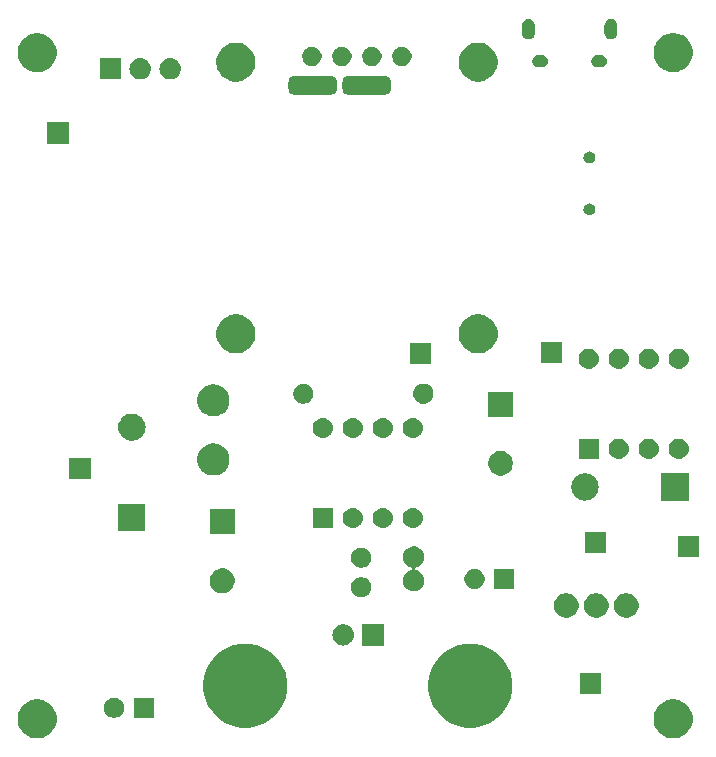
<source format=gbr>
G04 #@! TF.GenerationSoftware,KiCad,Pcbnew,(5.0.1-3-g963ef8bb5)*
G04 #@! TF.CreationDate,2019-10-14T14:00:48-07:00*
G04 #@! TF.ProjectId,powersupply,706F776572737570706C792E6B696361,rev?*
G04 #@! TF.SameCoordinates,Original*
G04 #@! TF.FileFunction,Soldermask,Bot*
G04 #@! TF.FilePolarity,Negative*
%FSLAX46Y46*%
G04 Gerber Fmt 4.6, Leading zero omitted, Abs format (unit mm)*
G04 Created by KiCad (PCBNEW (5.0.1-3-g963ef8bb5)) date Monday, October 14, 2019 at 02:00:48 PM*
%MOMM*%
%LPD*%
G01*
G04 APERTURE LIST*
%ADD10C,0.100000*%
G04 APERTURE END LIST*
D10*
G36*
X86495256Y-86341298D02*
X86601579Y-86362447D01*
X86902042Y-86486903D01*
X87081630Y-86606900D01*
X87172454Y-86667587D01*
X87402413Y-86897546D01*
X87583098Y-87167960D01*
X87707553Y-87468422D01*
X87766377Y-87764147D01*
X87771000Y-87787391D01*
X87771000Y-88112609D01*
X87707553Y-88431579D01*
X87619550Y-88644037D01*
X87583098Y-88732040D01*
X87402413Y-89002454D01*
X87172454Y-89232413D01*
X87172451Y-89232415D01*
X86902042Y-89413097D01*
X86601579Y-89537553D01*
X86495256Y-89558702D01*
X86282611Y-89601000D01*
X85957389Y-89601000D01*
X85744744Y-89558702D01*
X85638421Y-89537553D01*
X85337958Y-89413097D01*
X85067549Y-89232415D01*
X85067546Y-89232413D01*
X84837587Y-89002454D01*
X84656902Y-88732040D01*
X84620450Y-88644037D01*
X84532447Y-88431579D01*
X84469000Y-88112609D01*
X84469000Y-87787391D01*
X84473624Y-87764147D01*
X84532447Y-87468422D01*
X84656902Y-87167960D01*
X84837587Y-86897546D01*
X85067546Y-86667587D01*
X85158370Y-86606900D01*
X85337958Y-86486903D01*
X85638421Y-86362447D01*
X85744744Y-86341298D01*
X85957389Y-86299000D01*
X86282611Y-86299000D01*
X86495256Y-86341298D01*
X86495256Y-86341298D01*
G37*
G36*
X32645256Y-86341298D02*
X32751579Y-86362447D01*
X33052042Y-86486903D01*
X33231630Y-86606900D01*
X33322454Y-86667587D01*
X33552413Y-86897546D01*
X33733098Y-87167960D01*
X33857553Y-87468422D01*
X33916377Y-87764147D01*
X33921000Y-87787391D01*
X33921000Y-88112609D01*
X33857553Y-88431579D01*
X33769550Y-88644037D01*
X33733098Y-88732040D01*
X33552413Y-89002454D01*
X33322454Y-89232413D01*
X33322451Y-89232415D01*
X33052042Y-89413097D01*
X32751579Y-89537553D01*
X32645256Y-89558702D01*
X32432611Y-89601000D01*
X32107389Y-89601000D01*
X31894744Y-89558702D01*
X31788421Y-89537553D01*
X31487958Y-89413097D01*
X31217549Y-89232415D01*
X31217546Y-89232413D01*
X30987587Y-89002454D01*
X30806902Y-88732040D01*
X30770450Y-88644037D01*
X30682447Y-88431579D01*
X30619000Y-88112609D01*
X30619000Y-87787391D01*
X30623624Y-87764147D01*
X30682447Y-87468422D01*
X30806902Y-87167960D01*
X30987587Y-86897546D01*
X31217546Y-86667587D01*
X31308370Y-86606900D01*
X31487958Y-86486903D01*
X31788421Y-86362447D01*
X31894744Y-86341298D01*
X32107389Y-86299000D01*
X32432611Y-86299000D01*
X32645256Y-86341298D01*
X32645256Y-86341298D01*
G37*
G36*
X69970786Y-81725462D02*
X69970788Y-81725463D01*
X69970789Y-81725463D01*
X70617029Y-81993144D01*
X70617030Y-81993145D01*
X71198634Y-82381760D01*
X71693240Y-82876366D01*
X71693242Y-82876369D01*
X72081856Y-83457971D01*
X72349537Y-84104211D01*
X72486000Y-84790257D01*
X72486000Y-85489743D01*
X72349537Y-86175789D01*
X72081856Y-86822029D01*
X72081855Y-86822030D01*
X71693240Y-87403634D01*
X71198634Y-87898240D01*
X71198631Y-87898242D01*
X70617029Y-88286856D01*
X69970789Y-88554537D01*
X69970788Y-88554537D01*
X69970786Y-88554538D01*
X69284744Y-88691000D01*
X68585256Y-88691000D01*
X67899214Y-88554538D01*
X67899212Y-88554537D01*
X67899211Y-88554537D01*
X67252971Y-88286856D01*
X66671369Y-87898242D01*
X66671366Y-87898240D01*
X66176760Y-87403634D01*
X65788145Y-86822030D01*
X65788144Y-86822029D01*
X65520463Y-86175789D01*
X65384000Y-85489743D01*
X65384000Y-84790257D01*
X65520463Y-84104211D01*
X65788144Y-83457971D01*
X66176758Y-82876369D01*
X66176760Y-82876366D01*
X66671366Y-82381760D01*
X67252970Y-81993145D01*
X67252971Y-81993144D01*
X67899211Y-81725463D01*
X67899212Y-81725463D01*
X67899214Y-81725462D01*
X68585256Y-81589000D01*
X69284744Y-81589000D01*
X69970786Y-81725462D01*
X69970786Y-81725462D01*
G37*
G36*
X50920786Y-81725462D02*
X50920788Y-81725463D01*
X50920789Y-81725463D01*
X51567029Y-81993144D01*
X51567030Y-81993145D01*
X52148634Y-82381760D01*
X52643240Y-82876366D01*
X52643242Y-82876369D01*
X53031856Y-83457971D01*
X53299537Y-84104211D01*
X53436000Y-84790257D01*
X53436000Y-85489743D01*
X53299537Y-86175789D01*
X53031856Y-86822029D01*
X53031855Y-86822030D01*
X52643240Y-87403634D01*
X52148634Y-87898240D01*
X52148631Y-87898242D01*
X51567029Y-88286856D01*
X50920789Y-88554537D01*
X50920788Y-88554537D01*
X50920786Y-88554538D01*
X50234744Y-88691000D01*
X49535256Y-88691000D01*
X48849214Y-88554538D01*
X48849212Y-88554537D01*
X48849211Y-88554537D01*
X48202971Y-88286856D01*
X47621369Y-87898242D01*
X47621366Y-87898240D01*
X47126760Y-87403634D01*
X46738145Y-86822030D01*
X46738144Y-86822029D01*
X46470463Y-86175789D01*
X46334000Y-85489743D01*
X46334000Y-84790257D01*
X46470463Y-84104211D01*
X46738144Y-83457971D01*
X47126758Y-82876369D01*
X47126760Y-82876366D01*
X47621366Y-82381760D01*
X48202970Y-81993145D01*
X48202971Y-81993144D01*
X48849211Y-81725463D01*
X48849212Y-81725463D01*
X48849214Y-81725462D01*
X49535256Y-81589000D01*
X50234744Y-81589000D01*
X50920786Y-81725462D01*
X50920786Y-81725462D01*
G37*
G36*
X42131000Y-87861000D02*
X40429000Y-87861000D01*
X40429000Y-86159000D01*
X42131000Y-86159000D01*
X42131000Y-87861000D01*
X42131000Y-87861000D01*
G37*
G36*
X39028228Y-86191703D02*
X39183100Y-86255853D01*
X39322481Y-86348985D01*
X39441015Y-86467519D01*
X39534147Y-86606900D01*
X39598297Y-86761772D01*
X39631000Y-86926184D01*
X39631000Y-87093816D01*
X39598297Y-87258228D01*
X39534147Y-87413100D01*
X39441015Y-87552481D01*
X39322481Y-87671015D01*
X39183100Y-87764147D01*
X39028228Y-87828297D01*
X38863816Y-87861000D01*
X38696184Y-87861000D01*
X38531772Y-87828297D01*
X38376900Y-87764147D01*
X38237519Y-87671015D01*
X38118985Y-87552481D01*
X38025853Y-87413100D01*
X37961703Y-87258228D01*
X37929000Y-87093816D01*
X37929000Y-86926184D01*
X37961703Y-86761772D01*
X38025853Y-86606900D01*
X38118985Y-86467519D01*
X38237519Y-86348985D01*
X38376900Y-86255853D01*
X38531772Y-86191703D01*
X38696184Y-86159000D01*
X38863816Y-86159000D01*
X39028228Y-86191703D01*
X39028228Y-86191703D01*
G37*
G36*
X80001000Y-85851000D02*
X78199000Y-85851000D01*
X78199000Y-84049000D01*
X80001000Y-84049000D01*
X80001000Y-85851000D01*
X80001000Y-85851000D01*
G37*
G36*
X58280443Y-79945519D02*
X58346627Y-79952037D01*
X58459853Y-79986384D01*
X58516467Y-80003557D01*
X58655087Y-80077652D01*
X58672991Y-80087222D01*
X58708729Y-80116552D01*
X58810186Y-80199814D01*
X58893448Y-80301271D01*
X58922778Y-80337009D01*
X58922779Y-80337011D01*
X59006443Y-80493533D01*
X59006443Y-80493534D01*
X59057963Y-80663373D01*
X59075359Y-80840000D01*
X59057963Y-81016627D01*
X59023616Y-81129853D01*
X59006443Y-81186467D01*
X58932348Y-81325087D01*
X58922778Y-81342991D01*
X58893448Y-81378729D01*
X58810186Y-81480186D01*
X58708729Y-81563448D01*
X58672991Y-81592778D01*
X58672989Y-81592779D01*
X58516467Y-81676443D01*
X58459853Y-81693616D01*
X58346627Y-81727963D01*
X58280442Y-81734482D01*
X58214260Y-81741000D01*
X58125740Y-81741000D01*
X58059558Y-81734482D01*
X57993373Y-81727963D01*
X57880147Y-81693616D01*
X57823533Y-81676443D01*
X57667011Y-81592779D01*
X57667009Y-81592778D01*
X57631271Y-81563448D01*
X57529814Y-81480186D01*
X57446552Y-81378729D01*
X57417222Y-81342991D01*
X57407652Y-81325087D01*
X57333557Y-81186467D01*
X57316384Y-81129853D01*
X57282037Y-81016627D01*
X57264641Y-80840000D01*
X57282037Y-80663373D01*
X57333557Y-80493534D01*
X57333557Y-80493533D01*
X57417221Y-80337011D01*
X57417222Y-80337009D01*
X57446552Y-80301271D01*
X57529814Y-80199814D01*
X57631271Y-80116552D01*
X57667009Y-80087222D01*
X57684913Y-80077652D01*
X57823533Y-80003557D01*
X57880147Y-79986384D01*
X57993373Y-79952037D01*
X58059557Y-79945519D01*
X58125740Y-79939000D01*
X58214260Y-79939000D01*
X58280443Y-79945519D01*
X58280443Y-79945519D01*
G37*
G36*
X61611000Y-81741000D02*
X59809000Y-81741000D01*
X59809000Y-79939000D01*
X61611000Y-79939000D01*
X61611000Y-81741000D01*
X61611000Y-81741000D01*
G37*
G36*
X77366565Y-77339389D02*
X77557834Y-77418615D01*
X77729976Y-77533637D01*
X77876363Y-77680024D01*
X77991385Y-77852166D01*
X78070611Y-78043435D01*
X78111000Y-78246484D01*
X78111000Y-78453516D01*
X78070611Y-78656565D01*
X77991385Y-78847834D01*
X77876363Y-79019976D01*
X77729976Y-79166363D01*
X77557834Y-79281385D01*
X77366565Y-79360611D01*
X77163516Y-79401000D01*
X76956484Y-79401000D01*
X76753435Y-79360611D01*
X76562166Y-79281385D01*
X76390024Y-79166363D01*
X76243637Y-79019976D01*
X76128615Y-78847834D01*
X76049389Y-78656565D01*
X76009000Y-78453516D01*
X76009000Y-78246484D01*
X76049389Y-78043435D01*
X76128615Y-77852166D01*
X76243637Y-77680024D01*
X76390024Y-77533637D01*
X76562166Y-77418615D01*
X76753435Y-77339389D01*
X76956484Y-77299000D01*
X77163516Y-77299000D01*
X77366565Y-77339389D01*
X77366565Y-77339389D01*
G37*
G36*
X79906565Y-77339389D02*
X80097834Y-77418615D01*
X80269976Y-77533637D01*
X80416363Y-77680024D01*
X80531385Y-77852166D01*
X80610611Y-78043435D01*
X80651000Y-78246484D01*
X80651000Y-78453516D01*
X80610611Y-78656565D01*
X80531385Y-78847834D01*
X80416363Y-79019976D01*
X80269976Y-79166363D01*
X80097834Y-79281385D01*
X79906565Y-79360611D01*
X79703516Y-79401000D01*
X79496484Y-79401000D01*
X79293435Y-79360611D01*
X79102166Y-79281385D01*
X78930024Y-79166363D01*
X78783637Y-79019976D01*
X78668615Y-78847834D01*
X78589389Y-78656565D01*
X78549000Y-78453516D01*
X78549000Y-78246484D01*
X78589389Y-78043435D01*
X78668615Y-77852166D01*
X78783637Y-77680024D01*
X78930024Y-77533637D01*
X79102166Y-77418615D01*
X79293435Y-77339389D01*
X79496484Y-77299000D01*
X79703516Y-77299000D01*
X79906565Y-77339389D01*
X79906565Y-77339389D01*
G37*
G36*
X82446565Y-77339389D02*
X82637834Y-77418615D01*
X82809976Y-77533637D01*
X82956363Y-77680024D01*
X83071385Y-77852166D01*
X83150611Y-78043435D01*
X83191000Y-78246484D01*
X83191000Y-78453516D01*
X83150611Y-78656565D01*
X83071385Y-78847834D01*
X82956363Y-79019976D01*
X82809976Y-79166363D01*
X82637834Y-79281385D01*
X82446565Y-79360611D01*
X82243516Y-79401000D01*
X82036484Y-79401000D01*
X81833435Y-79360611D01*
X81642166Y-79281385D01*
X81470024Y-79166363D01*
X81323637Y-79019976D01*
X81208615Y-78847834D01*
X81129389Y-78656565D01*
X81089000Y-78453516D01*
X81089000Y-78246484D01*
X81129389Y-78043435D01*
X81208615Y-77852166D01*
X81323637Y-77680024D01*
X81470024Y-77533637D01*
X81642166Y-77418615D01*
X81833435Y-77339389D01*
X82036484Y-77299000D01*
X82243516Y-77299000D01*
X82446565Y-77339389D01*
X82446565Y-77339389D01*
G37*
G36*
X59948228Y-75981703D02*
X60103100Y-76045853D01*
X60242481Y-76138985D01*
X60361015Y-76257519D01*
X60454147Y-76396900D01*
X60518297Y-76551772D01*
X60551000Y-76716184D01*
X60551000Y-76883816D01*
X60518297Y-77048228D01*
X60454147Y-77203100D01*
X60361015Y-77342481D01*
X60242481Y-77461015D01*
X60103100Y-77554147D01*
X59948228Y-77618297D01*
X59783816Y-77651000D01*
X59616184Y-77651000D01*
X59451772Y-77618297D01*
X59296900Y-77554147D01*
X59157519Y-77461015D01*
X59038985Y-77342481D01*
X58945853Y-77203100D01*
X58881703Y-77048228D01*
X58849000Y-76883816D01*
X58849000Y-76716184D01*
X58881703Y-76551772D01*
X58945853Y-76396900D01*
X59038985Y-76257519D01*
X59157519Y-76138985D01*
X59296900Y-76045853D01*
X59451772Y-75981703D01*
X59616184Y-75949000D01*
X59783816Y-75949000D01*
X59948228Y-75981703D01*
X59948228Y-75981703D01*
G37*
G36*
X48256565Y-75239389D02*
X48447834Y-75318615D01*
X48619976Y-75433637D01*
X48766363Y-75580024D01*
X48881385Y-75752166D01*
X48960611Y-75943435D01*
X49001000Y-76146484D01*
X49001000Y-76353516D01*
X48960611Y-76556565D01*
X48881385Y-76747834D01*
X48766363Y-76919976D01*
X48619976Y-77066363D01*
X48447834Y-77181385D01*
X48256565Y-77260611D01*
X48053516Y-77301000D01*
X47846484Y-77301000D01*
X47643435Y-77260611D01*
X47452166Y-77181385D01*
X47280024Y-77066363D01*
X47133637Y-76919976D01*
X47018615Y-76747834D01*
X46939389Y-76556565D01*
X46899000Y-76353516D01*
X46899000Y-76146484D01*
X46939389Y-75943435D01*
X47018615Y-75752166D01*
X47133637Y-75580024D01*
X47280024Y-75433637D01*
X47452166Y-75318615D01*
X47643435Y-75239389D01*
X47846484Y-75199000D01*
X48053516Y-75199000D01*
X48256565Y-75239389D01*
X48256565Y-75239389D01*
G37*
G36*
X64412812Y-73383624D02*
X64576784Y-73451544D01*
X64724354Y-73550147D01*
X64849853Y-73675646D01*
X64948456Y-73823216D01*
X65016376Y-73987188D01*
X65051000Y-74161259D01*
X65051000Y-74338741D01*
X65016376Y-74512812D01*
X64948456Y-74676784D01*
X64849853Y-74824354D01*
X64724354Y-74949853D01*
X64576784Y-75048456D01*
X64412812Y-75116376D01*
X64357367Y-75127404D01*
X64333926Y-75134515D01*
X64312315Y-75146067D01*
X64293373Y-75161612D01*
X64277828Y-75180554D01*
X64266277Y-75202165D01*
X64259164Y-75225614D01*
X64256762Y-75250000D01*
X64259164Y-75274387D01*
X64266277Y-75297836D01*
X64277829Y-75319447D01*
X64293374Y-75338389D01*
X64312316Y-75353934D01*
X64333927Y-75365485D01*
X64357367Y-75372596D01*
X64412812Y-75383624D01*
X64576784Y-75451544D01*
X64724354Y-75550147D01*
X64849853Y-75675646D01*
X64948456Y-75823216D01*
X65016376Y-75987188D01*
X65051000Y-76161259D01*
X65051000Y-76338741D01*
X65016376Y-76512812D01*
X64948456Y-76676784D01*
X64849853Y-76824354D01*
X64724354Y-76949853D01*
X64576784Y-77048456D01*
X64412812Y-77116376D01*
X64238741Y-77151000D01*
X64061259Y-77151000D01*
X63887188Y-77116376D01*
X63723216Y-77048456D01*
X63575646Y-76949853D01*
X63450147Y-76824354D01*
X63351544Y-76676784D01*
X63283624Y-76512812D01*
X63249000Y-76338741D01*
X63249000Y-76161259D01*
X63283624Y-75987188D01*
X63351544Y-75823216D01*
X63450147Y-75675646D01*
X63575646Y-75550147D01*
X63723216Y-75451544D01*
X63887188Y-75383624D01*
X63942633Y-75372596D01*
X63966074Y-75365485D01*
X63987685Y-75353933D01*
X64006627Y-75338388D01*
X64022172Y-75319446D01*
X64033723Y-75297835D01*
X64040836Y-75274386D01*
X64043238Y-75250000D01*
X64040836Y-75225613D01*
X64033723Y-75202164D01*
X64022171Y-75180553D01*
X64006626Y-75161611D01*
X63987684Y-75146066D01*
X63966073Y-75134515D01*
X63942633Y-75127404D01*
X63887188Y-75116376D01*
X63723216Y-75048456D01*
X63575646Y-74949853D01*
X63450147Y-74824354D01*
X63351544Y-74676784D01*
X63283624Y-74512812D01*
X63249000Y-74338741D01*
X63249000Y-74161259D01*
X63283624Y-73987188D01*
X63351544Y-73823216D01*
X63450147Y-73675646D01*
X63575646Y-73550147D01*
X63723216Y-73451544D01*
X63887188Y-73383624D01*
X64061259Y-73349000D01*
X64238741Y-73349000D01*
X64412812Y-73383624D01*
X64412812Y-73383624D01*
G37*
G36*
X72651000Y-76951000D02*
X70949000Y-76951000D01*
X70949000Y-75249000D01*
X72651000Y-75249000D01*
X72651000Y-76951000D01*
X72651000Y-76951000D01*
G37*
G36*
X69548228Y-75281703D02*
X69703100Y-75345853D01*
X69842481Y-75438985D01*
X69961015Y-75557519D01*
X70054147Y-75696900D01*
X70118297Y-75851772D01*
X70151000Y-76016184D01*
X70151000Y-76183816D01*
X70118297Y-76348228D01*
X70054147Y-76503100D01*
X69961015Y-76642481D01*
X69842481Y-76761015D01*
X69703100Y-76854147D01*
X69548228Y-76918297D01*
X69383816Y-76951000D01*
X69216184Y-76951000D01*
X69051772Y-76918297D01*
X68896900Y-76854147D01*
X68757519Y-76761015D01*
X68638985Y-76642481D01*
X68545853Y-76503100D01*
X68481703Y-76348228D01*
X68449000Y-76183816D01*
X68449000Y-76016184D01*
X68481703Y-75851772D01*
X68545853Y-75696900D01*
X68638985Y-75557519D01*
X68757519Y-75438985D01*
X68896900Y-75345853D01*
X69051772Y-75281703D01*
X69216184Y-75249000D01*
X69383816Y-75249000D01*
X69548228Y-75281703D01*
X69548228Y-75281703D01*
G37*
G36*
X59948228Y-73481703D02*
X60103100Y-73545853D01*
X60242481Y-73638985D01*
X60361015Y-73757519D01*
X60454147Y-73896900D01*
X60518297Y-74051772D01*
X60551000Y-74216184D01*
X60551000Y-74383816D01*
X60518297Y-74548228D01*
X60454147Y-74703100D01*
X60361015Y-74842481D01*
X60242481Y-74961015D01*
X60103100Y-75054147D01*
X59948228Y-75118297D01*
X59783816Y-75151000D01*
X59616184Y-75151000D01*
X59451772Y-75118297D01*
X59296900Y-75054147D01*
X59157519Y-74961015D01*
X59038985Y-74842481D01*
X58945853Y-74703100D01*
X58881703Y-74548228D01*
X58849000Y-74383816D01*
X58849000Y-74216184D01*
X58881703Y-74051772D01*
X58945853Y-73896900D01*
X59038985Y-73757519D01*
X59157519Y-73638985D01*
X59296900Y-73545853D01*
X59451772Y-73481703D01*
X59616184Y-73449000D01*
X59783816Y-73449000D01*
X59948228Y-73481703D01*
X59948228Y-73481703D01*
G37*
G36*
X88301000Y-74251000D02*
X86499000Y-74251000D01*
X86499000Y-72449000D01*
X88301000Y-72449000D01*
X88301000Y-74251000D01*
X88301000Y-74251000D01*
G37*
G36*
X80451000Y-73931000D02*
X78649000Y-73931000D01*
X78649000Y-72129000D01*
X80451000Y-72129000D01*
X80451000Y-73931000D01*
X80451000Y-73931000D01*
G37*
G36*
X49001000Y-72301000D02*
X46899000Y-72301000D01*
X46899000Y-70199000D01*
X49001000Y-70199000D01*
X49001000Y-72301000D01*
X49001000Y-72301000D01*
G37*
G36*
X41441000Y-72017000D02*
X39139000Y-72017000D01*
X39139000Y-69715000D01*
X41441000Y-69715000D01*
X41441000Y-72017000D01*
X41441000Y-72017000D01*
G37*
G36*
X64236821Y-70111313D02*
X64236824Y-70111314D01*
X64236825Y-70111314D01*
X64397239Y-70159975D01*
X64397241Y-70159976D01*
X64397244Y-70159977D01*
X64545078Y-70238995D01*
X64674659Y-70345341D01*
X64781005Y-70474922D01*
X64860023Y-70622756D01*
X64908687Y-70783179D01*
X64925117Y-70950000D01*
X64908687Y-71116821D01*
X64860023Y-71277244D01*
X64781005Y-71425078D01*
X64674659Y-71554659D01*
X64545078Y-71661005D01*
X64397244Y-71740023D01*
X64397241Y-71740024D01*
X64397239Y-71740025D01*
X64236825Y-71788686D01*
X64236824Y-71788686D01*
X64236821Y-71788687D01*
X64111804Y-71801000D01*
X64028196Y-71801000D01*
X63903179Y-71788687D01*
X63903176Y-71788686D01*
X63903175Y-71788686D01*
X63742761Y-71740025D01*
X63742759Y-71740024D01*
X63742756Y-71740023D01*
X63594922Y-71661005D01*
X63465341Y-71554659D01*
X63358995Y-71425078D01*
X63279977Y-71277244D01*
X63231313Y-71116821D01*
X63214883Y-70950000D01*
X63231313Y-70783179D01*
X63279977Y-70622756D01*
X63358995Y-70474922D01*
X63465341Y-70345341D01*
X63594922Y-70238995D01*
X63742756Y-70159977D01*
X63742759Y-70159976D01*
X63742761Y-70159975D01*
X63903175Y-70111314D01*
X63903176Y-70111314D01*
X63903179Y-70111313D01*
X64028196Y-70099000D01*
X64111804Y-70099000D01*
X64236821Y-70111313D01*
X64236821Y-70111313D01*
G37*
G36*
X61696821Y-70111313D02*
X61696824Y-70111314D01*
X61696825Y-70111314D01*
X61857239Y-70159975D01*
X61857241Y-70159976D01*
X61857244Y-70159977D01*
X62005078Y-70238995D01*
X62134659Y-70345341D01*
X62241005Y-70474922D01*
X62320023Y-70622756D01*
X62368687Y-70783179D01*
X62385117Y-70950000D01*
X62368687Y-71116821D01*
X62320023Y-71277244D01*
X62241005Y-71425078D01*
X62134659Y-71554659D01*
X62005078Y-71661005D01*
X61857244Y-71740023D01*
X61857241Y-71740024D01*
X61857239Y-71740025D01*
X61696825Y-71788686D01*
X61696824Y-71788686D01*
X61696821Y-71788687D01*
X61571804Y-71801000D01*
X61488196Y-71801000D01*
X61363179Y-71788687D01*
X61363176Y-71788686D01*
X61363175Y-71788686D01*
X61202761Y-71740025D01*
X61202759Y-71740024D01*
X61202756Y-71740023D01*
X61054922Y-71661005D01*
X60925341Y-71554659D01*
X60818995Y-71425078D01*
X60739977Y-71277244D01*
X60691313Y-71116821D01*
X60674883Y-70950000D01*
X60691313Y-70783179D01*
X60739977Y-70622756D01*
X60818995Y-70474922D01*
X60925341Y-70345341D01*
X61054922Y-70238995D01*
X61202756Y-70159977D01*
X61202759Y-70159976D01*
X61202761Y-70159975D01*
X61363175Y-70111314D01*
X61363176Y-70111314D01*
X61363179Y-70111313D01*
X61488196Y-70099000D01*
X61571804Y-70099000D01*
X61696821Y-70111313D01*
X61696821Y-70111313D01*
G37*
G36*
X59156821Y-70111313D02*
X59156824Y-70111314D01*
X59156825Y-70111314D01*
X59317239Y-70159975D01*
X59317241Y-70159976D01*
X59317244Y-70159977D01*
X59465078Y-70238995D01*
X59594659Y-70345341D01*
X59701005Y-70474922D01*
X59780023Y-70622756D01*
X59828687Y-70783179D01*
X59845117Y-70950000D01*
X59828687Y-71116821D01*
X59780023Y-71277244D01*
X59701005Y-71425078D01*
X59594659Y-71554659D01*
X59465078Y-71661005D01*
X59317244Y-71740023D01*
X59317241Y-71740024D01*
X59317239Y-71740025D01*
X59156825Y-71788686D01*
X59156824Y-71788686D01*
X59156821Y-71788687D01*
X59031804Y-71801000D01*
X58948196Y-71801000D01*
X58823179Y-71788687D01*
X58823176Y-71788686D01*
X58823175Y-71788686D01*
X58662761Y-71740025D01*
X58662759Y-71740024D01*
X58662756Y-71740023D01*
X58514922Y-71661005D01*
X58385341Y-71554659D01*
X58278995Y-71425078D01*
X58199977Y-71277244D01*
X58151313Y-71116821D01*
X58134883Y-70950000D01*
X58151313Y-70783179D01*
X58199977Y-70622756D01*
X58278995Y-70474922D01*
X58385341Y-70345341D01*
X58514922Y-70238995D01*
X58662756Y-70159977D01*
X58662759Y-70159976D01*
X58662761Y-70159975D01*
X58823175Y-70111314D01*
X58823176Y-70111314D01*
X58823179Y-70111313D01*
X58948196Y-70099000D01*
X59031804Y-70099000D01*
X59156821Y-70111313D01*
X59156821Y-70111313D01*
G37*
G36*
X57301000Y-71801000D02*
X55599000Y-71801000D01*
X55599000Y-70099000D01*
X57301000Y-70099000D01*
X57301000Y-71801000D01*
X57301000Y-71801000D01*
G37*
G36*
X87421000Y-69461000D02*
X85119000Y-69461000D01*
X85119000Y-67159000D01*
X87421000Y-67159000D01*
X87421000Y-69461000D01*
X87421000Y-69461000D01*
G37*
G36*
X78774180Y-67165662D02*
X78875635Y-67175654D01*
X79092600Y-67241470D01*
X79092602Y-67241471D01*
X79092605Y-67241472D01*
X79292556Y-67348347D01*
X79467818Y-67492182D01*
X79611653Y-67667444D01*
X79718528Y-67867395D01*
X79718529Y-67867398D01*
X79718530Y-67867400D01*
X79784346Y-68084365D01*
X79806569Y-68310000D01*
X79784346Y-68535635D01*
X79718530Y-68752600D01*
X79718528Y-68752605D01*
X79611653Y-68952556D01*
X79467818Y-69127818D01*
X79292556Y-69271653D01*
X79092605Y-69378528D01*
X79092602Y-69378529D01*
X79092600Y-69378530D01*
X78875635Y-69444346D01*
X78774180Y-69454338D01*
X78706545Y-69461000D01*
X78593455Y-69461000D01*
X78525820Y-69454338D01*
X78424365Y-69444346D01*
X78207400Y-69378530D01*
X78207398Y-69378529D01*
X78207395Y-69378528D01*
X78007444Y-69271653D01*
X77832182Y-69127818D01*
X77688347Y-68952556D01*
X77581472Y-68752605D01*
X77581470Y-68752600D01*
X77515654Y-68535635D01*
X77493431Y-68310000D01*
X77515654Y-68084365D01*
X77581470Y-67867400D01*
X77581471Y-67867398D01*
X77581472Y-67867395D01*
X77688347Y-67667444D01*
X77832182Y-67492182D01*
X78007444Y-67348347D01*
X78207395Y-67241472D01*
X78207398Y-67241471D01*
X78207400Y-67241470D01*
X78424365Y-67175654D01*
X78525820Y-67165662D01*
X78593455Y-67159000D01*
X78706545Y-67159000D01*
X78774180Y-67165662D01*
X78774180Y-67165662D01*
G37*
G36*
X36793000Y-67651000D02*
X34991000Y-67651000D01*
X34991000Y-65849000D01*
X36793000Y-65849000D01*
X36793000Y-67651000D01*
X36793000Y-67651000D01*
G37*
G36*
X71806565Y-65289389D02*
X71997834Y-65368615D01*
X72169976Y-65483637D01*
X72316363Y-65630024D01*
X72431385Y-65802166D01*
X72510611Y-65993435D01*
X72551000Y-66196484D01*
X72551000Y-66403516D01*
X72510611Y-66606565D01*
X72431385Y-66797834D01*
X72316363Y-66969976D01*
X72169976Y-67116363D01*
X71997834Y-67231385D01*
X71806565Y-67310611D01*
X71603516Y-67351000D01*
X71396484Y-67351000D01*
X71193435Y-67310611D01*
X71002166Y-67231385D01*
X70830024Y-67116363D01*
X70683637Y-66969976D01*
X70568615Y-66797834D01*
X70489389Y-66606565D01*
X70449000Y-66403516D01*
X70449000Y-66196484D01*
X70489389Y-65993435D01*
X70568615Y-65802166D01*
X70683637Y-65630024D01*
X70830024Y-65483637D01*
X71002166Y-65368615D01*
X71193435Y-65289389D01*
X71396484Y-65249000D01*
X71603516Y-65249000D01*
X71806565Y-65289389D01*
X71806565Y-65289389D01*
G37*
G36*
X47453567Y-64654959D02*
X47584072Y-64680918D01*
X47829939Y-64782759D01*
X48010153Y-64903175D01*
X48051215Y-64930612D01*
X48239388Y-65118785D01*
X48239390Y-65118788D01*
X48387241Y-65340061D01*
X48489082Y-65585928D01*
X48541000Y-65846938D01*
X48541000Y-66113062D01*
X48489082Y-66374072D01*
X48387241Y-66619939D01*
X48268374Y-66797834D01*
X48239388Y-66841215D01*
X48051215Y-67029388D01*
X48051212Y-67029390D01*
X47829939Y-67177241D01*
X47584072Y-67279082D01*
X47453567Y-67305041D01*
X47323063Y-67331000D01*
X47056937Y-67331000D01*
X46926433Y-67305041D01*
X46795928Y-67279082D01*
X46550061Y-67177241D01*
X46328788Y-67029390D01*
X46328785Y-67029388D01*
X46140612Y-66841215D01*
X46111626Y-66797834D01*
X45992759Y-66619939D01*
X45890918Y-66374072D01*
X45839000Y-66113062D01*
X45839000Y-65846938D01*
X45890918Y-65585928D01*
X45992759Y-65340061D01*
X46140610Y-65118788D01*
X46140612Y-65118785D01*
X46328785Y-64930612D01*
X46369847Y-64903175D01*
X46550061Y-64782759D01*
X46795928Y-64680918D01*
X46926433Y-64654959D01*
X47056937Y-64629000D01*
X47323063Y-64629000D01*
X47453567Y-64654959D01*
X47453567Y-64654959D01*
G37*
G36*
X86746821Y-64231313D02*
X86746824Y-64231314D01*
X86746825Y-64231314D01*
X86907239Y-64279975D01*
X86907241Y-64279976D01*
X86907244Y-64279977D01*
X87055078Y-64358995D01*
X87184659Y-64465341D01*
X87291005Y-64594922D01*
X87370023Y-64742756D01*
X87418687Y-64903179D01*
X87435117Y-65070000D01*
X87418687Y-65236821D01*
X87418686Y-65236824D01*
X87418686Y-65236825D01*
X87378708Y-65368616D01*
X87370023Y-65397244D01*
X87291005Y-65545078D01*
X87184659Y-65674659D01*
X87055078Y-65781005D01*
X86907244Y-65860023D01*
X86907241Y-65860024D01*
X86907239Y-65860025D01*
X86746825Y-65908686D01*
X86746824Y-65908686D01*
X86746821Y-65908687D01*
X86621804Y-65921000D01*
X86538196Y-65921000D01*
X86413179Y-65908687D01*
X86413176Y-65908686D01*
X86413175Y-65908686D01*
X86252761Y-65860025D01*
X86252759Y-65860024D01*
X86252756Y-65860023D01*
X86104922Y-65781005D01*
X85975341Y-65674659D01*
X85868995Y-65545078D01*
X85789977Y-65397244D01*
X85781293Y-65368616D01*
X85741314Y-65236825D01*
X85741314Y-65236824D01*
X85741313Y-65236821D01*
X85724883Y-65070000D01*
X85741313Y-64903179D01*
X85789977Y-64742756D01*
X85868995Y-64594922D01*
X85975341Y-64465341D01*
X86104922Y-64358995D01*
X86252756Y-64279977D01*
X86252759Y-64279976D01*
X86252761Y-64279975D01*
X86413175Y-64231314D01*
X86413176Y-64231314D01*
X86413179Y-64231313D01*
X86538196Y-64219000D01*
X86621804Y-64219000D01*
X86746821Y-64231313D01*
X86746821Y-64231313D01*
G37*
G36*
X84206821Y-64231313D02*
X84206824Y-64231314D01*
X84206825Y-64231314D01*
X84367239Y-64279975D01*
X84367241Y-64279976D01*
X84367244Y-64279977D01*
X84515078Y-64358995D01*
X84644659Y-64465341D01*
X84751005Y-64594922D01*
X84830023Y-64742756D01*
X84878687Y-64903179D01*
X84895117Y-65070000D01*
X84878687Y-65236821D01*
X84878686Y-65236824D01*
X84878686Y-65236825D01*
X84838708Y-65368616D01*
X84830023Y-65397244D01*
X84751005Y-65545078D01*
X84644659Y-65674659D01*
X84515078Y-65781005D01*
X84367244Y-65860023D01*
X84367241Y-65860024D01*
X84367239Y-65860025D01*
X84206825Y-65908686D01*
X84206824Y-65908686D01*
X84206821Y-65908687D01*
X84081804Y-65921000D01*
X83998196Y-65921000D01*
X83873179Y-65908687D01*
X83873176Y-65908686D01*
X83873175Y-65908686D01*
X83712761Y-65860025D01*
X83712759Y-65860024D01*
X83712756Y-65860023D01*
X83564922Y-65781005D01*
X83435341Y-65674659D01*
X83328995Y-65545078D01*
X83249977Y-65397244D01*
X83241293Y-65368616D01*
X83201314Y-65236825D01*
X83201314Y-65236824D01*
X83201313Y-65236821D01*
X83184883Y-65070000D01*
X83201313Y-64903179D01*
X83249977Y-64742756D01*
X83328995Y-64594922D01*
X83435341Y-64465341D01*
X83564922Y-64358995D01*
X83712756Y-64279977D01*
X83712759Y-64279976D01*
X83712761Y-64279975D01*
X83873175Y-64231314D01*
X83873176Y-64231314D01*
X83873179Y-64231313D01*
X83998196Y-64219000D01*
X84081804Y-64219000D01*
X84206821Y-64231313D01*
X84206821Y-64231313D01*
G37*
G36*
X81666821Y-64231313D02*
X81666824Y-64231314D01*
X81666825Y-64231314D01*
X81827239Y-64279975D01*
X81827241Y-64279976D01*
X81827244Y-64279977D01*
X81975078Y-64358995D01*
X82104659Y-64465341D01*
X82211005Y-64594922D01*
X82290023Y-64742756D01*
X82338687Y-64903179D01*
X82355117Y-65070000D01*
X82338687Y-65236821D01*
X82338686Y-65236824D01*
X82338686Y-65236825D01*
X82298708Y-65368616D01*
X82290023Y-65397244D01*
X82211005Y-65545078D01*
X82104659Y-65674659D01*
X81975078Y-65781005D01*
X81827244Y-65860023D01*
X81827241Y-65860024D01*
X81827239Y-65860025D01*
X81666825Y-65908686D01*
X81666824Y-65908686D01*
X81666821Y-65908687D01*
X81541804Y-65921000D01*
X81458196Y-65921000D01*
X81333179Y-65908687D01*
X81333176Y-65908686D01*
X81333175Y-65908686D01*
X81172761Y-65860025D01*
X81172759Y-65860024D01*
X81172756Y-65860023D01*
X81024922Y-65781005D01*
X80895341Y-65674659D01*
X80788995Y-65545078D01*
X80709977Y-65397244D01*
X80701293Y-65368616D01*
X80661314Y-65236825D01*
X80661314Y-65236824D01*
X80661313Y-65236821D01*
X80644883Y-65070000D01*
X80661313Y-64903179D01*
X80709977Y-64742756D01*
X80788995Y-64594922D01*
X80895341Y-64465341D01*
X81024922Y-64358995D01*
X81172756Y-64279977D01*
X81172759Y-64279976D01*
X81172761Y-64279975D01*
X81333175Y-64231314D01*
X81333176Y-64231314D01*
X81333179Y-64231313D01*
X81458196Y-64219000D01*
X81541804Y-64219000D01*
X81666821Y-64231313D01*
X81666821Y-64231313D01*
G37*
G36*
X79811000Y-65921000D02*
X78109000Y-65921000D01*
X78109000Y-64219000D01*
X79811000Y-64219000D01*
X79811000Y-65921000D01*
X79811000Y-65921000D01*
G37*
G36*
X40414180Y-62101662D02*
X40515635Y-62111654D01*
X40732600Y-62177470D01*
X40732602Y-62177471D01*
X40732605Y-62177472D01*
X40932556Y-62284347D01*
X41107818Y-62428182D01*
X41251653Y-62603444D01*
X41358528Y-62803395D01*
X41358529Y-62803398D01*
X41358530Y-62803400D01*
X41424346Y-63020365D01*
X41446569Y-63246000D01*
X41424346Y-63471635D01*
X41358530Y-63688600D01*
X41358528Y-63688605D01*
X41251653Y-63888556D01*
X41107818Y-64063818D01*
X40932556Y-64207653D01*
X40732605Y-64314528D01*
X40732602Y-64314529D01*
X40732600Y-64314530D01*
X40515635Y-64380346D01*
X40414180Y-64390338D01*
X40346545Y-64397000D01*
X40233455Y-64397000D01*
X40165820Y-64390338D01*
X40064365Y-64380346D01*
X39847400Y-64314530D01*
X39847398Y-64314529D01*
X39847395Y-64314528D01*
X39647444Y-64207653D01*
X39472182Y-64063818D01*
X39328347Y-63888556D01*
X39221472Y-63688605D01*
X39221470Y-63688600D01*
X39155654Y-63471635D01*
X39133431Y-63246000D01*
X39155654Y-63020365D01*
X39221470Y-62803400D01*
X39221471Y-62803398D01*
X39221472Y-62803395D01*
X39328347Y-62603444D01*
X39472182Y-62428182D01*
X39647444Y-62284347D01*
X39847395Y-62177472D01*
X39847398Y-62177471D01*
X39847400Y-62177470D01*
X40064365Y-62111654D01*
X40165820Y-62101662D01*
X40233455Y-62095000D01*
X40346545Y-62095000D01*
X40414180Y-62101662D01*
X40414180Y-62101662D01*
G37*
G36*
X64236821Y-62491313D02*
X64236824Y-62491314D01*
X64236825Y-62491314D01*
X64397239Y-62539975D01*
X64397241Y-62539976D01*
X64397244Y-62539977D01*
X64545078Y-62618995D01*
X64674659Y-62725341D01*
X64781005Y-62854922D01*
X64860023Y-63002756D01*
X64908687Y-63163179D01*
X64925117Y-63330000D01*
X64908687Y-63496821D01*
X64860023Y-63657244D01*
X64781005Y-63805078D01*
X64674659Y-63934659D01*
X64545078Y-64041005D01*
X64397244Y-64120023D01*
X64397241Y-64120024D01*
X64397239Y-64120025D01*
X64236825Y-64168686D01*
X64236824Y-64168686D01*
X64236821Y-64168687D01*
X64111804Y-64181000D01*
X64028196Y-64181000D01*
X63903179Y-64168687D01*
X63903176Y-64168686D01*
X63903175Y-64168686D01*
X63742761Y-64120025D01*
X63742759Y-64120024D01*
X63742756Y-64120023D01*
X63594922Y-64041005D01*
X63465341Y-63934659D01*
X63358995Y-63805078D01*
X63279977Y-63657244D01*
X63231313Y-63496821D01*
X63214883Y-63330000D01*
X63231313Y-63163179D01*
X63279977Y-63002756D01*
X63358995Y-62854922D01*
X63465341Y-62725341D01*
X63594922Y-62618995D01*
X63742756Y-62539977D01*
X63742759Y-62539976D01*
X63742761Y-62539975D01*
X63903175Y-62491314D01*
X63903176Y-62491314D01*
X63903179Y-62491313D01*
X64028196Y-62479000D01*
X64111804Y-62479000D01*
X64236821Y-62491313D01*
X64236821Y-62491313D01*
G37*
G36*
X61696821Y-62491313D02*
X61696824Y-62491314D01*
X61696825Y-62491314D01*
X61857239Y-62539975D01*
X61857241Y-62539976D01*
X61857244Y-62539977D01*
X62005078Y-62618995D01*
X62134659Y-62725341D01*
X62241005Y-62854922D01*
X62320023Y-63002756D01*
X62368687Y-63163179D01*
X62385117Y-63330000D01*
X62368687Y-63496821D01*
X62320023Y-63657244D01*
X62241005Y-63805078D01*
X62134659Y-63934659D01*
X62005078Y-64041005D01*
X61857244Y-64120023D01*
X61857241Y-64120024D01*
X61857239Y-64120025D01*
X61696825Y-64168686D01*
X61696824Y-64168686D01*
X61696821Y-64168687D01*
X61571804Y-64181000D01*
X61488196Y-64181000D01*
X61363179Y-64168687D01*
X61363176Y-64168686D01*
X61363175Y-64168686D01*
X61202761Y-64120025D01*
X61202759Y-64120024D01*
X61202756Y-64120023D01*
X61054922Y-64041005D01*
X60925341Y-63934659D01*
X60818995Y-63805078D01*
X60739977Y-63657244D01*
X60691313Y-63496821D01*
X60674883Y-63330000D01*
X60691313Y-63163179D01*
X60739977Y-63002756D01*
X60818995Y-62854922D01*
X60925341Y-62725341D01*
X61054922Y-62618995D01*
X61202756Y-62539977D01*
X61202759Y-62539976D01*
X61202761Y-62539975D01*
X61363175Y-62491314D01*
X61363176Y-62491314D01*
X61363179Y-62491313D01*
X61488196Y-62479000D01*
X61571804Y-62479000D01*
X61696821Y-62491313D01*
X61696821Y-62491313D01*
G37*
G36*
X59156821Y-62491313D02*
X59156824Y-62491314D01*
X59156825Y-62491314D01*
X59317239Y-62539975D01*
X59317241Y-62539976D01*
X59317244Y-62539977D01*
X59465078Y-62618995D01*
X59594659Y-62725341D01*
X59701005Y-62854922D01*
X59780023Y-63002756D01*
X59828687Y-63163179D01*
X59845117Y-63330000D01*
X59828687Y-63496821D01*
X59780023Y-63657244D01*
X59701005Y-63805078D01*
X59594659Y-63934659D01*
X59465078Y-64041005D01*
X59317244Y-64120023D01*
X59317241Y-64120024D01*
X59317239Y-64120025D01*
X59156825Y-64168686D01*
X59156824Y-64168686D01*
X59156821Y-64168687D01*
X59031804Y-64181000D01*
X58948196Y-64181000D01*
X58823179Y-64168687D01*
X58823176Y-64168686D01*
X58823175Y-64168686D01*
X58662761Y-64120025D01*
X58662759Y-64120024D01*
X58662756Y-64120023D01*
X58514922Y-64041005D01*
X58385341Y-63934659D01*
X58278995Y-63805078D01*
X58199977Y-63657244D01*
X58151313Y-63496821D01*
X58134883Y-63330000D01*
X58151313Y-63163179D01*
X58199977Y-63002756D01*
X58278995Y-62854922D01*
X58385341Y-62725341D01*
X58514922Y-62618995D01*
X58662756Y-62539977D01*
X58662759Y-62539976D01*
X58662761Y-62539975D01*
X58823175Y-62491314D01*
X58823176Y-62491314D01*
X58823179Y-62491313D01*
X58948196Y-62479000D01*
X59031804Y-62479000D01*
X59156821Y-62491313D01*
X59156821Y-62491313D01*
G37*
G36*
X56616821Y-62491313D02*
X56616824Y-62491314D01*
X56616825Y-62491314D01*
X56777239Y-62539975D01*
X56777241Y-62539976D01*
X56777244Y-62539977D01*
X56925078Y-62618995D01*
X57054659Y-62725341D01*
X57161005Y-62854922D01*
X57240023Y-63002756D01*
X57288687Y-63163179D01*
X57305117Y-63330000D01*
X57288687Y-63496821D01*
X57240023Y-63657244D01*
X57161005Y-63805078D01*
X57054659Y-63934659D01*
X56925078Y-64041005D01*
X56777244Y-64120023D01*
X56777241Y-64120024D01*
X56777239Y-64120025D01*
X56616825Y-64168686D01*
X56616824Y-64168686D01*
X56616821Y-64168687D01*
X56491804Y-64181000D01*
X56408196Y-64181000D01*
X56283179Y-64168687D01*
X56283176Y-64168686D01*
X56283175Y-64168686D01*
X56122761Y-64120025D01*
X56122759Y-64120024D01*
X56122756Y-64120023D01*
X55974922Y-64041005D01*
X55845341Y-63934659D01*
X55738995Y-63805078D01*
X55659977Y-63657244D01*
X55611313Y-63496821D01*
X55594883Y-63330000D01*
X55611313Y-63163179D01*
X55659977Y-63002756D01*
X55738995Y-62854922D01*
X55845341Y-62725341D01*
X55974922Y-62618995D01*
X56122756Y-62539977D01*
X56122759Y-62539976D01*
X56122761Y-62539975D01*
X56283175Y-62491314D01*
X56283176Y-62491314D01*
X56283179Y-62491313D01*
X56408196Y-62479000D01*
X56491804Y-62479000D01*
X56616821Y-62491313D01*
X56616821Y-62491313D01*
G37*
G36*
X72551000Y-62351000D02*
X70449000Y-62351000D01*
X70449000Y-60249000D01*
X72551000Y-60249000D01*
X72551000Y-62351000D01*
X72551000Y-62351000D01*
G37*
G36*
X47453567Y-59654959D02*
X47584072Y-59680918D01*
X47829939Y-59782759D01*
X47956790Y-59867519D01*
X48051215Y-59930612D01*
X48239388Y-60118785D01*
X48239390Y-60118788D01*
X48387241Y-60340061D01*
X48489082Y-60585928D01*
X48541000Y-60846938D01*
X48541000Y-61113062D01*
X48489082Y-61374072D01*
X48387241Y-61619939D01*
X48239890Y-61840464D01*
X48239388Y-61841215D01*
X48051215Y-62029388D01*
X48051212Y-62029390D01*
X47829939Y-62177241D01*
X47584072Y-62279082D01*
X47453567Y-62305041D01*
X47323063Y-62331000D01*
X47056937Y-62331000D01*
X46926433Y-62305041D01*
X46795928Y-62279082D01*
X46550061Y-62177241D01*
X46328788Y-62029390D01*
X46328785Y-62029388D01*
X46140612Y-61841215D01*
X46140110Y-61840464D01*
X45992759Y-61619939D01*
X45890918Y-61374072D01*
X45839000Y-61113062D01*
X45839000Y-60846938D01*
X45890918Y-60585928D01*
X45992759Y-60340061D01*
X46140610Y-60118788D01*
X46140612Y-60118785D01*
X46328785Y-59930612D01*
X46423210Y-59867519D01*
X46550061Y-59782759D01*
X46795928Y-59680918D01*
X46926433Y-59654959D01*
X47056937Y-59629000D01*
X47323063Y-59629000D01*
X47453567Y-59654959D01*
X47453567Y-59654959D01*
G37*
G36*
X65136821Y-59571313D02*
X65136824Y-59571314D01*
X65136825Y-59571314D01*
X65297239Y-59619975D01*
X65297241Y-59619976D01*
X65297244Y-59619977D01*
X65445078Y-59698995D01*
X65574659Y-59805341D01*
X65681005Y-59934922D01*
X65760023Y-60082756D01*
X65760024Y-60082759D01*
X65760025Y-60082761D01*
X65808686Y-60243175D01*
X65808687Y-60243179D01*
X65825117Y-60410000D01*
X65808687Y-60576821D01*
X65808686Y-60576824D01*
X65808686Y-60576825D01*
X65783993Y-60658228D01*
X65760023Y-60737244D01*
X65681005Y-60885078D01*
X65574659Y-61014659D01*
X65445078Y-61121005D01*
X65297244Y-61200023D01*
X65297241Y-61200024D01*
X65297239Y-61200025D01*
X65136825Y-61248686D01*
X65136824Y-61248686D01*
X65136821Y-61248687D01*
X65011804Y-61261000D01*
X64928196Y-61261000D01*
X64803179Y-61248687D01*
X64803176Y-61248686D01*
X64803175Y-61248686D01*
X64642761Y-61200025D01*
X64642759Y-61200024D01*
X64642756Y-61200023D01*
X64494922Y-61121005D01*
X64365341Y-61014659D01*
X64258995Y-60885078D01*
X64179977Y-60737244D01*
X64156008Y-60658228D01*
X64131314Y-60576825D01*
X64131314Y-60576824D01*
X64131313Y-60576821D01*
X64114883Y-60410000D01*
X64131313Y-60243179D01*
X64131314Y-60243175D01*
X64179975Y-60082761D01*
X64179976Y-60082759D01*
X64179977Y-60082756D01*
X64258995Y-59934922D01*
X64365341Y-59805341D01*
X64494922Y-59698995D01*
X64642756Y-59619977D01*
X64642759Y-59619976D01*
X64642761Y-59619975D01*
X64803175Y-59571314D01*
X64803176Y-59571314D01*
X64803179Y-59571313D01*
X64928196Y-59559000D01*
X65011804Y-59559000D01*
X65136821Y-59571313D01*
X65136821Y-59571313D01*
G37*
G36*
X55058228Y-59591703D02*
X55213100Y-59655853D01*
X55352481Y-59748985D01*
X55471015Y-59867519D01*
X55564147Y-60006900D01*
X55628297Y-60161772D01*
X55661000Y-60326184D01*
X55661000Y-60493816D01*
X55628297Y-60658228D01*
X55564147Y-60813100D01*
X55471015Y-60952481D01*
X55352481Y-61071015D01*
X55213100Y-61164147D01*
X55058228Y-61228297D01*
X54893816Y-61261000D01*
X54726184Y-61261000D01*
X54561772Y-61228297D01*
X54406900Y-61164147D01*
X54267519Y-61071015D01*
X54148985Y-60952481D01*
X54055853Y-60813100D01*
X53991703Y-60658228D01*
X53959000Y-60493816D01*
X53959000Y-60326184D01*
X53991703Y-60161772D01*
X54055853Y-60006900D01*
X54148985Y-59867519D01*
X54267519Y-59748985D01*
X54406900Y-59655853D01*
X54561772Y-59591703D01*
X54726184Y-59559000D01*
X54893816Y-59559000D01*
X55058228Y-59591703D01*
X55058228Y-59591703D01*
G37*
G36*
X79126821Y-56611313D02*
X79126824Y-56611314D01*
X79126825Y-56611314D01*
X79287239Y-56659975D01*
X79287241Y-56659976D01*
X79287244Y-56659977D01*
X79435078Y-56738995D01*
X79564659Y-56845341D01*
X79671005Y-56974922D01*
X79750023Y-57122756D01*
X79798687Y-57283179D01*
X79815117Y-57450000D01*
X79798687Y-57616821D01*
X79750023Y-57777244D01*
X79671005Y-57925078D01*
X79564659Y-58054659D01*
X79435078Y-58161005D01*
X79287244Y-58240023D01*
X79287241Y-58240024D01*
X79287239Y-58240025D01*
X79126825Y-58288686D01*
X79126824Y-58288686D01*
X79126821Y-58288687D01*
X79001804Y-58301000D01*
X78918196Y-58301000D01*
X78793179Y-58288687D01*
X78793176Y-58288686D01*
X78793175Y-58288686D01*
X78632761Y-58240025D01*
X78632759Y-58240024D01*
X78632756Y-58240023D01*
X78484922Y-58161005D01*
X78355341Y-58054659D01*
X78248995Y-57925078D01*
X78169977Y-57777244D01*
X78121313Y-57616821D01*
X78104883Y-57450000D01*
X78121313Y-57283179D01*
X78169977Y-57122756D01*
X78248995Y-56974922D01*
X78355341Y-56845341D01*
X78484922Y-56738995D01*
X78632756Y-56659977D01*
X78632759Y-56659976D01*
X78632761Y-56659975D01*
X78793175Y-56611314D01*
X78793176Y-56611314D01*
X78793179Y-56611313D01*
X78918196Y-56599000D01*
X79001804Y-56599000D01*
X79126821Y-56611313D01*
X79126821Y-56611313D01*
G37*
G36*
X81666821Y-56611313D02*
X81666824Y-56611314D01*
X81666825Y-56611314D01*
X81827239Y-56659975D01*
X81827241Y-56659976D01*
X81827244Y-56659977D01*
X81975078Y-56738995D01*
X82104659Y-56845341D01*
X82211005Y-56974922D01*
X82290023Y-57122756D01*
X82338687Y-57283179D01*
X82355117Y-57450000D01*
X82338687Y-57616821D01*
X82290023Y-57777244D01*
X82211005Y-57925078D01*
X82104659Y-58054659D01*
X81975078Y-58161005D01*
X81827244Y-58240023D01*
X81827241Y-58240024D01*
X81827239Y-58240025D01*
X81666825Y-58288686D01*
X81666824Y-58288686D01*
X81666821Y-58288687D01*
X81541804Y-58301000D01*
X81458196Y-58301000D01*
X81333179Y-58288687D01*
X81333176Y-58288686D01*
X81333175Y-58288686D01*
X81172761Y-58240025D01*
X81172759Y-58240024D01*
X81172756Y-58240023D01*
X81024922Y-58161005D01*
X80895341Y-58054659D01*
X80788995Y-57925078D01*
X80709977Y-57777244D01*
X80661313Y-57616821D01*
X80644883Y-57450000D01*
X80661313Y-57283179D01*
X80709977Y-57122756D01*
X80788995Y-56974922D01*
X80895341Y-56845341D01*
X81024922Y-56738995D01*
X81172756Y-56659977D01*
X81172759Y-56659976D01*
X81172761Y-56659975D01*
X81333175Y-56611314D01*
X81333176Y-56611314D01*
X81333179Y-56611313D01*
X81458196Y-56599000D01*
X81541804Y-56599000D01*
X81666821Y-56611313D01*
X81666821Y-56611313D01*
G37*
G36*
X84206821Y-56611313D02*
X84206824Y-56611314D01*
X84206825Y-56611314D01*
X84367239Y-56659975D01*
X84367241Y-56659976D01*
X84367244Y-56659977D01*
X84515078Y-56738995D01*
X84644659Y-56845341D01*
X84751005Y-56974922D01*
X84830023Y-57122756D01*
X84878687Y-57283179D01*
X84895117Y-57450000D01*
X84878687Y-57616821D01*
X84830023Y-57777244D01*
X84751005Y-57925078D01*
X84644659Y-58054659D01*
X84515078Y-58161005D01*
X84367244Y-58240023D01*
X84367241Y-58240024D01*
X84367239Y-58240025D01*
X84206825Y-58288686D01*
X84206824Y-58288686D01*
X84206821Y-58288687D01*
X84081804Y-58301000D01*
X83998196Y-58301000D01*
X83873179Y-58288687D01*
X83873176Y-58288686D01*
X83873175Y-58288686D01*
X83712761Y-58240025D01*
X83712759Y-58240024D01*
X83712756Y-58240023D01*
X83564922Y-58161005D01*
X83435341Y-58054659D01*
X83328995Y-57925078D01*
X83249977Y-57777244D01*
X83201313Y-57616821D01*
X83184883Y-57450000D01*
X83201313Y-57283179D01*
X83249977Y-57122756D01*
X83328995Y-56974922D01*
X83435341Y-56845341D01*
X83564922Y-56738995D01*
X83712756Y-56659977D01*
X83712759Y-56659976D01*
X83712761Y-56659975D01*
X83873175Y-56611314D01*
X83873176Y-56611314D01*
X83873179Y-56611313D01*
X83998196Y-56599000D01*
X84081804Y-56599000D01*
X84206821Y-56611313D01*
X84206821Y-56611313D01*
G37*
G36*
X86746821Y-56611313D02*
X86746824Y-56611314D01*
X86746825Y-56611314D01*
X86907239Y-56659975D01*
X86907241Y-56659976D01*
X86907244Y-56659977D01*
X87055078Y-56738995D01*
X87184659Y-56845341D01*
X87291005Y-56974922D01*
X87370023Y-57122756D01*
X87418687Y-57283179D01*
X87435117Y-57450000D01*
X87418687Y-57616821D01*
X87370023Y-57777244D01*
X87291005Y-57925078D01*
X87184659Y-58054659D01*
X87055078Y-58161005D01*
X86907244Y-58240023D01*
X86907241Y-58240024D01*
X86907239Y-58240025D01*
X86746825Y-58288686D01*
X86746824Y-58288686D01*
X86746821Y-58288687D01*
X86621804Y-58301000D01*
X86538196Y-58301000D01*
X86413179Y-58288687D01*
X86413176Y-58288686D01*
X86413175Y-58288686D01*
X86252761Y-58240025D01*
X86252759Y-58240024D01*
X86252756Y-58240023D01*
X86104922Y-58161005D01*
X85975341Y-58054659D01*
X85868995Y-57925078D01*
X85789977Y-57777244D01*
X85741313Y-57616821D01*
X85724883Y-57450000D01*
X85741313Y-57283179D01*
X85789977Y-57122756D01*
X85868995Y-56974922D01*
X85975341Y-56845341D01*
X86104922Y-56738995D01*
X86252756Y-56659977D01*
X86252759Y-56659976D01*
X86252761Y-56659975D01*
X86413175Y-56611314D01*
X86413176Y-56611314D01*
X86413179Y-56611313D01*
X86538196Y-56599000D01*
X86621804Y-56599000D01*
X86746821Y-56611313D01*
X86746821Y-56611313D01*
G37*
G36*
X65601000Y-57921000D02*
X63799000Y-57921000D01*
X63799000Y-56119000D01*
X65601000Y-56119000D01*
X65601000Y-57921000D01*
X65601000Y-57921000D01*
G37*
G36*
X76701000Y-57801000D02*
X74899000Y-57801000D01*
X74899000Y-55999000D01*
X76701000Y-55999000D01*
X76701000Y-57801000D01*
X76701000Y-57801000D01*
G37*
G36*
X69970256Y-53741298D02*
X70076579Y-53762447D01*
X70377042Y-53886903D01*
X70643852Y-54065180D01*
X70647454Y-54067587D01*
X70877413Y-54297546D01*
X71058098Y-54567960D01*
X71182553Y-54868422D01*
X71246000Y-55187389D01*
X71246000Y-55512611D01*
X71182553Y-55831578D01*
X71058098Y-56132040D01*
X70877413Y-56402454D01*
X70647454Y-56632413D01*
X70647451Y-56632415D01*
X70377042Y-56813097D01*
X70076579Y-56937553D01*
X69970256Y-56958702D01*
X69757611Y-57001000D01*
X69432389Y-57001000D01*
X69219744Y-56958702D01*
X69113421Y-56937553D01*
X68812958Y-56813097D01*
X68542549Y-56632415D01*
X68542546Y-56632413D01*
X68312587Y-56402454D01*
X68131902Y-56132040D01*
X68007447Y-55831578D01*
X67944000Y-55512611D01*
X67944000Y-55187389D01*
X68007447Y-54868422D01*
X68131902Y-54567960D01*
X68312587Y-54297546D01*
X68542546Y-54067587D01*
X68546148Y-54065180D01*
X68812958Y-53886903D01*
X69113421Y-53762447D01*
X69219744Y-53741298D01*
X69432389Y-53699000D01*
X69757611Y-53699000D01*
X69970256Y-53741298D01*
X69970256Y-53741298D01*
G37*
G36*
X49470256Y-53741298D02*
X49576579Y-53762447D01*
X49877042Y-53886903D01*
X50143852Y-54065180D01*
X50147454Y-54067587D01*
X50377413Y-54297546D01*
X50558098Y-54567960D01*
X50682553Y-54868422D01*
X50746000Y-55187389D01*
X50746000Y-55512611D01*
X50682553Y-55831578D01*
X50558098Y-56132040D01*
X50377413Y-56402454D01*
X50147454Y-56632413D01*
X50147451Y-56632415D01*
X49877042Y-56813097D01*
X49576579Y-56937553D01*
X49470256Y-56958702D01*
X49257611Y-57001000D01*
X48932389Y-57001000D01*
X48719744Y-56958702D01*
X48613421Y-56937553D01*
X48312958Y-56813097D01*
X48042549Y-56632415D01*
X48042546Y-56632413D01*
X47812587Y-56402454D01*
X47631902Y-56132040D01*
X47507447Y-55831578D01*
X47444000Y-55512611D01*
X47444000Y-55187389D01*
X47507447Y-54868422D01*
X47631902Y-54567960D01*
X47812587Y-54297546D01*
X48042546Y-54067587D01*
X48046148Y-54065180D01*
X48312958Y-53886903D01*
X48613421Y-53762447D01*
X48719744Y-53741298D01*
X48932389Y-53699000D01*
X49257611Y-53699000D01*
X49470256Y-53741298D01*
X49470256Y-53741298D01*
G37*
G36*
X79166136Y-44318253D02*
X79257312Y-44356019D01*
X79339372Y-44410850D01*
X79409150Y-44480628D01*
X79463981Y-44562688D01*
X79501747Y-44653864D01*
X79521000Y-44750656D01*
X79521000Y-44849344D01*
X79501747Y-44946136D01*
X79463981Y-45037312D01*
X79409150Y-45119372D01*
X79339372Y-45189150D01*
X79257312Y-45243981D01*
X79166136Y-45281747D01*
X79069344Y-45301000D01*
X78970656Y-45301000D01*
X78873864Y-45281747D01*
X78782688Y-45243981D01*
X78700628Y-45189150D01*
X78630850Y-45119372D01*
X78576019Y-45037312D01*
X78538253Y-44946136D01*
X78519000Y-44849344D01*
X78519000Y-44750656D01*
X78538253Y-44653864D01*
X78576019Y-44562688D01*
X78630850Y-44480628D01*
X78700628Y-44410850D01*
X78782688Y-44356019D01*
X78873864Y-44318253D01*
X78970656Y-44299000D01*
X79069344Y-44299000D01*
X79166136Y-44318253D01*
X79166136Y-44318253D01*
G37*
G36*
X79166136Y-39918253D02*
X79257312Y-39956019D01*
X79339372Y-40010850D01*
X79409150Y-40080628D01*
X79463981Y-40162688D01*
X79501747Y-40253864D01*
X79521000Y-40350656D01*
X79521000Y-40449344D01*
X79501747Y-40546136D01*
X79463981Y-40637312D01*
X79409150Y-40719372D01*
X79339372Y-40789150D01*
X79257312Y-40843981D01*
X79166136Y-40881747D01*
X79069344Y-40901000D01*
X78970656Y-40901000D01*
X78873864Y-40881747D01*
X78782688Y-40843981D01*
X78700628Y-40789150D01*
X78630850Y-40719372D01*
X78576019Y-40637312D01*
X78538253Y-40546136D01*
X78519000Y-40449344D01*
X78519000Y-40350656D01*
X78538253Y-40253864D01*
X78576019Y-40162688D01*
X78630850Y-40080628D01*
X78700628Y-40010850D01*
X78782688Y-39956019D01*
X78873864Y-39918253D01*
X78970656Y-39899000D01*
X79069344Y-39899000D01*
X79166136Y-39918253D01*
X79166136Y-39918253D01*
G37*
G36*
X34937000Y-39255000D02*
X33135000Y-39255000D01*
X33135000Y-37453000D01*
X34937000Y-37453000D01*
X34937000Y-39255000D01*
X34937000Y-39255000D01*
G37*
G36*
X57145614Y-33491245D02*
X57157748Y-33493045D01*
X57224572Y-33499626D01*
X57322414Y-33529307D01*
X57412591Y-33577507D01*
X57491628Y-33642372D01*
X57556493Y-33721409D01*
X57604693Y-33811586D01*
X57634374Y-33909428D01*
X57645000Y-34017324D01*
X57645000Y-34562676D01*
X57634374Y-34670572D01*
X57604693Y-34768414D01*
X57556493Y-34858591D01*
X57491628Y-34937628D01*
X57412591Y-35002493D01*
X57322414Y-35050693D01*
X57224572Y-35080374D01*
X57157748Y-35086955D01*
X57137410Y-35091000D01*
X54049787Y-35091000D01*
X54042386Y-35088755D01*
X54030252Y-35086955D01*
X53963428Y-35080374D01*
X53865586Y-35050693D01*
X53775409Y-35002493D01*
X53696372Y-34937628D01*
X53631507Y-34858591D01*
X53583307Y-34768414D01*
X53553626Y-34670572D01*
X53543000Y-34562676D01*
X53543000Y-34017324D01*
X53553626Y-33909428D01*
X53583307Y-33811586D01*
X53631507Y-33721409D01*
X53696372Y-33642372D01*
X53775409Y-33577507D01*
X53865586Y-33529307D01*
X53963428Y-33499626D01*
X54030252Y-33493045D01*
X54050590Y-33489000D01*
X57138213Y-33489000D01*
X57145614Y-33491245D01*
X57145614Y-33491245D01*
G37*
G36*
X61717614Y-33491245D02*
X61729748Y-33493045D01*
X61796572Y-33499626D01*
X61894414Y-33529307D01*
X61984591Y-33577507D01*
X62063628Y-33642372D01*
X62128493Y-33721409D01*
X62176693Y-33811586D01*
X62206374Y-33909428D01*
X62217000Y-34017324D01*
X62217000Y-34562676D01*
X62206374Y-34670572D01*
X62176693Y-34768414D01*
X62128493Y-34858591D01*
X62063628Y-34937628D01*
X61984591Y-35002493D01*
X61894414Y-35050693D01*
X61796572Y-35080374D01*
X61729748Y-35086955D01*
X61709410Y-35091000D01*
X58621787Y-35091000D01*
X58614386Y-35088755D01*
X58602252Y-35086955D01*
X58535428Y-35080374D01*
X58437586Y-35050693D01*
X58347409Y-35002493D01*
X58268372Y-34937628D01*
X58203507Y-34858591D01*
X58155307Y-34768414D01*
X58125626Y-34670572D01*
X58115000Y-34562676D01*
X58115000Y-34017324D01*
X58125626Y-33909428D01*
X58155307Y-33811586D01*
X58203507Y-33721409D01*
X58268372Y-33642372D01*
X58347409Y-33577507D01*
X58437586Y-33529307D01*
X58535428Y-33499626D01*
X58602252Y-33493045D01*
X58622590Y-33489000D01*
X61710213Y-33489000D01*
X61717614Y-33491245D01*
X61717614Y-33491245D01*
G37*
G36*
X49470256Y-30741298D02*
X49576579Y-30762447D01*
X49877042Y-30886903D01*
X50101677Y-31037000D01*
X50147454Y-31067587D01*
X50377413Y-31297546D01*
X50377415Y-31297549D01*
X50558097Y-31567958D01*
X50682553Y-31868421D01*
X50694817Y-31930075D01*
X50746000Y-32187389D01*
X50746000Y-32512611D01*
X50710821Y-32689468D01*
X50682553Y-32831579D01*
X50654212Y-32900000D01*
X50559957Y-33127553D01*
X50558097Y-33132042D01*
X50481641Y-33246466D01*
X50377413Y-33402454D01*
X50147454Y-33632413D01*
X50147451Y-33632415D01*
X49877042Y-33813097D01*
X49576579Y-33937553D01*
X49470256Y-33958702D01*
X49257611Y-34001000D01*
X48932389Y-34001000D01*
X48719744Y-33958702D01*
X48613421Y-33937553D01*
X48312958Y-33813097D01*
X48042549Y-33632415D01*
X48042546Y-33632413D01*
X47812587Y-33402454D01*
X47708359Y-33246466D01*
X47631903Y-33132042D01*
X47630044Y-33127553D01*
X47535788Y-32900000D01*
X47507447Y-32831579D01*
X47479179Y-32689468D01*
X47444000Y-32512611D01*
X47444000Y-32187389D01*
X47495183Y-31930075D01*
X47507447Y-31868421D01*
X47631903Y-31567958D01*
X47812585Y-31297549D01*
X47812587Y-31297546D01*
X48042546Y-31067587D01*
X48088323Y-31037000D01*
X48312958Y-30886903D01*
X48613421Y-30762447D01*
X48719744Y-30741298D01*
X48932389Y-30699000D01*
X49257611Y-30699000D01*
X49470256Y-30741298D01*
X49470256Y-30741298D01*
G37*
G36*
X69970256Y-30741298D02*
X70076579Y-30762447D01*
X70377042Y-30886903D01*
X70601677Y-31037000D01*
X70647454Y-31067587D01*
X70877413Y-31297546D01*
X70877415Y-31297549D01*
X71058097Y-31567958D01*
X71182553Y-31868421D01*
X71194817Y-31930075D01*
X71246000Y-32187389D01*
X71246000Y-32512611D01*
X71210821Y-32689468D01*
X71182553Y-32831579D01*
X71154212Y-32900000D01*
X71059957Y-33127553D01*
X71058097Y-33132042D01*
X70981641Y-33246466D01*
X70877413Y-33402454D01*
X70647454Y-33632413D01*
X70647451Y-33632415D01*
X70377042Y-33813097D01*
X70076579Y-33937553D01*
X69970256Y-33958702D01*
X69757611Y-34001000D01*
X69432389Y-34001000D01*
X69219744Y-33958702D01*
X69113421Y-33937553D01*
X68812958Y-33813097D01*
X68542549Y-33632415D01*
X68542546Y-33632413D01*
X68312587Y-33402454D01*
X68208359Y-33246466D01*
X68131903Y-33132042D01*
X68130044Y-33127553D01*
X68035788Y-32900000D01*
X68007447Y-32831579D01*
X67979179Y-32689468D01*
X67944000Y-32512611D01*
X67944000Y-32187389D01*
X67995183Y-31930075D01*
X68007447Y-31868421D01*
X68131903Y-31567958D01*
X68312585Y-31297549D01*
X68312587Y-31297546D01*
X68542546Y-31067587D01*
X68588323Y-31037000D01*
X68812958Y-30886903D01*
X69113421Y-30762447D01*
X69219744Y-30741298D01*
X69432389Y-30699000D01*
X69757611Y-30699000D01*
X69970256Y-30741298D01*
X69970256Y-30741298D01*
G37*
G36*
X39351000Y-33801000D02*
X37549000Y-33801000D01*
X37549000Y-31999000D01*
X39351000Y-31999000D01*
X39351000Y-33801000D01*
X39351000Y-33801000D01*
G37*
G36*
X41100442Y-32005518D02*
X41166627Y-32012037D01*
X41231048Y-32031579D01*
X41336467Y-32063557D01*
X41475087Y-32137652D01*
X41492991Y-32147222D01*
X41528729Y-32176552D01*
X41630186Y-32259814D01*
X41681254Y-32322042D01*
X41742778Y-32397009D01*
X41742779Y-32397011D01*
X41826443Y-32553533D01*
X41831581Y-32570471D01*
X41877963Y-32723373D01*
X41895359Y-32900000D01*
X41877963Y-33076627D01*
X41861153Y-33132042D01*
X41826443Y-33246467D01*
X41752348Y-33385087D01*
X41742778Y-33402991D01*
X41713448Y-33438729D01*
X41630186Y-33540186D01*
X41528729Y-33623448D01*
X41492991Y-33652778D01*
X41492989Y-33652779D01*
X41336467Y-33736443D01*
X41279853Y-33753616D01*
X41166627Y-33787963D01*
X41100442Y-33794482D01*
X41034260Y-33801000D01*
X40945740Y-33801000D01*
X40879558Y-33794482D01*
X40813373Y-33787963D01*
X40700147Y-33753616D01*
X40643533Y-33736443D01*
X40487011Y-33652779D01*
X40487009Y-33652778D01*
X40451271Y-33623448D01*
X40349814Y-33540186D01*
X40266552Y-33438729D01*
X40237222Y-33402991D01*
X40227652Y-33385087D01*
X40153557Y-33246467D01*
X40118847Y-33132042D01*
X40102037Y-33076627D01*
X40084641Y-32900000D01*
X40102037Y-32723373D01*
X40148419Y-32570471D01*
X40153557Y-32553533D01*
X40237221Y-32397011D01*
X40237222Y-32397009D01*
X40298746Y-32322042D01*
X40349814Y-32259814D01*
X40451271Y-32176552D01*
X40487009Y-32147222D01*
X40504913Y-32137652D01*
X40643533Y-32063557D01*
X40748952Y-32031579D01*
X40813373Y-32012037D01*
X40879558Y-32005518D01*
X40945740Y-31999000D01*
X41034260Y-31999000D01*
X41100442Y-32005518D01*
X41100442Y-32005518D01*
G37*
G36*
X43640442Y-32005518D02*
X43706627Y-32012037D01*
X43771048Y-32031579D01*
X43876467Y-32063557D01*
X44015087Y-32137652D01*
X44032991Y-32147222D01*
X44068729Y-32176552D01*
X44170186Y-32259814D01*
X44221254Y-32322042D01*
X44282778Y-32397009D01*
X44282779Y-32397011D01*
X44366443Y-32553533D01*
X44371581Y-32570471D01*
X44417963Y-32723373D01*
X44435359Y-32900000D01*
X44417963Y-33076627D01*
X44401153Y-33132042D01*
X44366443Y-33246467D01*
X44292348Y-33385087D01*
X44282778Y-33402991D01*
X44253448Y-33438729D01*
X44170186Y-33540186D01*
X44068729Y-33623448D01*
X44032991Y-33652778D01*
X44032989Y-33652779D01*
X43876467Y-33736443D01*
X43819853Y-33753616D01*
X43706627Y-33787963D01*
X43640442Y-33794482D01*
X43574260Y-33801000D01*
X43485740Y-33801000D01*
X43419558Y-33794482D01*
X43353373Y-33787963D01*
X43240147Y-33753616D01*
X43183533Y-33736443D01*
X43027011Y-33652779D01*
X43027009Y-33652778D01*
X42991271Y-33623448D01*
X42889814Y-33540186D01*
X42806552Y-33438729D01*
X42777222Y-33402991D01*
X42767652Y-33385087D01*
X42693557Y-33246467D01*
X42658847Y-33132042D01*
X42642037Y-33076627D01*
X42624641Y-32900000D01*
X42642037Y-32723373D01*
X42688419Y-32570471D01*
X42693557Y-32553533D01*
X42777221Y-32397011D01*
X42777222Y-32397009D01*
X42838746Y-32322042D01*
X42889814Y-32259814D01*
X42991271Y-32176552D01*
X43027009Y-32147222D01*
X43044913Y-32137652D01*
X43183533Y-32063557D01*
X43288952Y-32031579D01*
X43353373Y-32012037D01*
X43419558Y-32005518D01*
X43485740Y-31999000D01*
X43574260Y-31999000D01*
X43640442Y-32005518D01*
X43640442Y-32005518D01*
G37*
G36*
X32645256Y-29941298D02*
X32751579Y-29962447D01*
X32801234Y-29983015D01*
X33027898Y-30076902D01*
X33052042Y-30086903D01*
X33195259Y-30182598D01*
X33322454Y-30267587D01*
X33552413Y-30497546D01*
X33552415Y-30497549D01*
X33733097Y-30767958D01*
X33857479Y-31068242D01*
X33857553Y-31068422D01*
X33921000Y-31387389D01*
X33921000Y-31712611D01*
X33888447Y-31876263D01*
X33857553Y-32031579D01*
X33733097Y-32332042D01*
X33719017Y-32353114D01*
X33552413Y-32602454D01*
X33322454Y-32832413D01*
X33322451Y-32832415D01*
X33052042Y-33013097D01*
X32751579Y-33137553D01*
X32645256Y-33158702D01*
X32432611Y-33201000D01*
X32107389Y-33201000D01*
X31894744Y-33158702D01*
X31788421Y-33137553D01*
X31487958Y-33013097D01*
X31217549Y-32832415D01*
X31217546Y-32832413D01*
X30987587Y-32602454D01*
X30820983Y-32353114D01*
X30806903Y-32332042D01*
X30682447Y-32031579D01*
X30651553Y-31876263D01*
X30619000Y-31712611D01*
X30619000Y-31387389D01*
X30682447Y-31068422D01*
X30682522Y-31068242D01*
X30806903Y-30767958D01*
X30987585Y-30497549D01*
X30987587Y-30497546D01*
X31217546Y-30267587D01*
X31344741Y-30182598D01*
X31487958Y-30086903D01*
X31512103Y-30076902D01*
X31738766Y-29983015D01*
X31788421Y-29962447D01*
X31894744Y-29941298D01*
X32107389Y-29899000D01*
X32432611Y-29899000D01*
X32645256Y-29941298D01*
X32645256Y-29941298D01*
G37*
G36*
X86495256Y-29931298D02*
X86601579Y-29952447D01*
X86902042Y-30076903D01*
X86917008Y-30086903D01*
X87172454Y-30257587D01*
X87402413Y-30487546D01*
X87583098Y-30757960D01*
X87587239Y-30767958D01*
X87707553Y-31058421D01*
X87709507Y-31068243D01*
X87771000Y-31377389D01*
X87771000Y-31702611D01*
X87759248Y-31761690D01*
X87707553Y-32021579D01*
X87583097Y-32322042D01*
X87435027Y-32543644D01*
X87402413Y-32592454D01*
X87172454Y-32822413D01*
X87172451Y-32822415D01*
X86902042Y-33003097D01*
X86902041Y-33003098D01*
X86902040Y-33003098D01*
X86814037Y-33039550D01*
X86601579Y-33127553D01*
X86495256Y-33148702D01*
X86282611Y-33191000D01*
X85957389Y-33191000D01*
X85744744Y-33148702D01*
X85638421Y-33127553D01*
X85425963Y-33039550D01*
X85337960Y-33003098D01*
X85337959Y-33003098D01*
X85337958Y-33003097D01*
X85067549Y-32822415D01*
X85067546Y-32822413D01*
X84837587Y-32592454D01*
X84804973Y-32543644D01*
X84656903Y-32322042D01*
X84532447Y-32021579D01*
X84480752Y-31761690D01*
X84469000Y-31702611D01*
X84469000Y-31377389D01*
X84530493Y-31068243D01*
X84532447Y-31058421D01*
X84652761Y-30767958D01*
X84656902Y-30757960D01*
X84837587Y-30487546D01*
X85067546Y-30257587D01*
X85322992Y-30086903D01*
X85337958Y-30076903D01*
X85638421Y-29952447D01*
X85744744Y-29931298D01*
X85957389Y-29889000D01*
X86282611Y-29889000D01*
X86495256Y-29931298D01*
X86495256Y-29931298D01*
G37*
G36*
X75103114Y-31731611D02*
X75202265Y-31761688D01*
X75293644Y-31810531D01*
X75373738Y-31876262D01*
X75439469Y-31956356D01*
X75488312Y-32047735D01*
X75518389Y-32146886D01*
X75528545Y-32250000D01*
X75518389Y-32353114D01*
X75488312Y-32452265D01*
X75439469Y-32543644D01*
X75373738Y-32623738D01*
X75293644Y-32689469D01*
X75202265Y-32738312D01*
X75103114Y-32768389D01*
X75025839Y-32776000D01*
X74674161Y-32776000D01*
X74596886Y-32768389D01*
X74497735Y-32738312D01*
X74406356Y-32689469D01*
X74326262Y-32623738D01*
X74260531Y-32543644D01*
X74211688Y-32452265D01*
X74181611Y-32353114D01*
X74171455Y-32250000D01*
X74181611Y-32146886D01*
X74211688Y-32047735D01*
X74260531Y-31956356D01*
X74326262Y-31876262D01*
X74406356Y-31810531D01*
X74497735Y-31761688D01*
X74596886Y-31731611D01*
X74674161Y-31724000D01*
X75025839Y-31724000D01*
X75103114Y-31731611D01*
X75103114Y-31731611D01*
G37*
G36*
X80103114Y-31731611D02*
X80202265Y-31761688D01*
X80293644Y-31810531D01*
X80373738Y-31876262D01*
X80439469Y-31956356D01*
X80488312Y-32047735D01*
X80518389Y-32146886D01*
X80528545Y-32250000D01*
X80518389Y-32353114D01*
X80488312Y-32452265D01*
X80439469Y-32543644D01*
X80373738Y-32623738D01*
X80293644Y-32689469D01*
X80202265Y-32738312D01*
X80103114Y-32768389D01*
X80025839Y-32776000D01*
X79674161Y-32776000D01*
X79596886Y-32768389D01*
X79497735Y-32738312D01*
X79406356Y-32689469D01*
X79326262Y-32623738D01*
X79260531Y-32543644D01*
X79211688Y-32452265D01*
X79181611Y-32353114D01*
X79171455Y-32250000D01*
X79181611Y-32146886D01*
X79211688Y-32047735D01*
X79260531Y-31956356D01*
X79326262Y-31876262D01*
X79406356Y-31810531D01*
X79497735Y-31761688D01*
X79596886Y-31731611D01*
X79674161Y-31724000D01*
X80025839Y-31724000D01*
X80103114Y-31731611D01*
X80103114Y-31731611D01*
G37*
G36*
X55772142Y-31068242D02*
X55920102Y-31129530D01*
X55987130Y-31174317D01*
X56053257Y-31218501D01*
X56166499Y-31331743D01*
X56210683Y-31397870D01*
X56255470Y-31464898D01*
X56316758Y-31612858D01*
X56348000Y-31769925D01*
X56348000Y-31930075D01*
X56316758Y-32087142D01*
X56255470Y-32235102D01*
X56166498Y-32368258D01*
X56053258Y-32481498D01*
X55920102Y-32570470D01*
X55772142Y-32631758D01*
X55615075Y-32663000D01*
X55454925Y-32663000D01*
X55297858Y-32631758D01*
X55149898Y-32570470D01*
X55016742Y-32481498D01*
X54903502Y-32368258D01*
X54814530Y-32235102D01*
X54753242Y-32087142D01*
X54722000Y-31930075D01*
X54722000Y-31769925D01*
X54753242Y-31612858D01*
X54814530Y-31464898D01*
X54859317Y-31397870D01*
X54903501Y-31331743D01*
X55016743Y-31218501D01*
X55082870Y-31174317D01*
X55149898Y-31129530D01*
X55297858Y-31068242D01*
X55454925Y-31037000D01*
X55615075Y-31037000D01*
X55772142Y-31068242D01*
X55772142Y-31068242D01*
G37*
G36*
X58312142Y-31068242D02*
X58460102Y-31129530D01*
X58527130Y-31174317D01*
X58593257Y-31218501D01*
X58706499Y-31331743D01*
X58750683Y-31397870D01*
X58795470Y-31464898D01*
X58856758Y-31612858D01*
X58888000Y-31769925D01*
X58888000Y-31930075D01*
X58856758Y-32087142D01*
X58795470Y-32235102D01*
X58706498Y-32368258D01*
X58593258Y-32481498D01*
X58460102Y-32570470D01*
X58312142Y-32631758D01*
X58155075Y-32663000D01*
X57994925Y-32663000D01*
X57837858Y-32631758D01*
X57689898Y-32570470D01*
X57556742Y-32481498D01*
X57443502Y-32368258D01*
X57354530Y-32235102D01*
X57293242Y-32087142D01*
X57262000Y-31930075D01*
X57262000Y-31769925D01*
X57293242Y-31612858D01*
X57354530Y-31464898D01*
X57399317Y-31397870D01*
X57443501Y-31331743D01*
X57556743Y-31218501D01*
X57622870Y-31174317D01*
X57689898Y-31129530D01*
X57837858Y-31068242D01*
X57994925Y-31037000D01*
X58155075Y-31037000D01*
X58312142Y-31068242D01*
X58312142Y-31068242D01*
G37*
G36*
X60852142Y-31068242D02*
X61000102Y-31129530D01*
X61067130Y-31174317D01*
X61133257Y-31218501D01*
X61246499Y-31331743D01*
X61290683Y-31397870D01*
X61335470Y-31464898D01*
X61396758Y-31612858D01*
X61428000Y-31769925D01*
X61428000Y-31930075D01*
X61396758Y-32087142D01*
X61335470Y-32235102D01*
X61246498Y-32368258D01*
X61133258Y-32481498D01*
X61000102Y-32570470D01*
X60852142Y-32631758D01*
X60695075Y-32663000D01*
X60534925Y-32663000D01*
X60377858Y-32631758D01*
X60229898Y-32570470D01*
X60096742Y-32481498D01*
X59983502Y-32368258D01*
X59894530Y-32235102D01*
X59833242Y-32087142D01*
X59802000Y-31930075D01*
X59802000Y-31769925D01*
X59833242Y-31612858D01*
X59894530Y-31464898D01*
X59939317Y-31397870D01*
X59983501Y-31331743D01*
X60096743Y-31218501D01*
X60162870Y-31174317D01*
X60229898Y-31129530D01*
X60377858Y-31068242D01*
X60534925Y-31037000D01*
X60695075Y-31037000D01*
X60852142Y-31068242D01*
X60852142Y-31068242D01*
G37*
G36*
X63392142Y-31068242D02*
X63540102Y-31129530D01*
X63607130Y-31174317D01*
X63673257Y-31218501D01*
X63786499Y-31331743D01*
X63830683Y-31397870D01*
X63875470Y-31464898D01*
X63936758Y-31612858D01*
X63968000Y-31769925D01*
X63968000Y-31930075D01*
X63936758Y-32087142D01*
X63875470Y-32235102D01*
X63786498Y-32368258D01*
X63673258Y-32481498D01*
X63540102Y-32570470D01*
X63392142Y-32631758D01*
X63235075Y-32663000D01*
X63074925Y-32663000D01*
X62917858Y-32631758D01*
X62769898Y-32570470D01*
X62636742Y-32481498D01*
X62523502Y-32368258D01*
X62434530Y-32235102D01*
X62373242Y-32087142D01*
X62342000Y-31930075D01*
X62342000Y-31769925D01*
X62373242Y-31612858D01*
X62434530Y-31464898D01*
X62479317Y-31397870D01*
X62523501Y-31331743D01*
X62636743Y-31218501D01*
X62702870Y-31174317D01*
X62769898Y-31129530D01*
X62917858Y-31068242D01*
X63074925Y-31037000D01*
X63235075Y-31037000D01*
X63392142Y-31068242D01*
X63392142Y-31068242D01*
G37*
G36*
X80958015Y-28681973D02*
X81061879Y-28713479D01*
X81157600Y-28764644D01*
X81241501Y-28833499D01*
X81310356Y-28917400D01*
X81361521Y-29013121D01*
X81393027Y-29116985D01*
X81401000Y-29197933D01*
X81401000Y-29902067D01*
X81393027Y-29983015D01*
X81361521Y-30086879D01*
X81310356Y-30182600D01*
X81241501Y-30266501D01*
X81157600Y-30335356D01*
X81061878Y-30386521D01*
X80958014Y-30418027D01*
X80850000Y-30428666D01*
X80741985Y-30418027D01*
X80638121Y-30386521D01*
X80542400Y-30335356D01*
X80458499Y-30266501D01*
X80389644Y-30182600D01*
X80338479Y-30086878D01*
X80306973Y-29983014D01*
X80299000Y-29902066D01*
X80299000Y-29197933D01*
X80306973Y-29116985D01*
X80338480Y-29013121D01*
X80389645Y-28917400D01*
X80458500Y-28833499D01*
X80542401Y-28764644D01*
X80638122Y-28713479D01*
X80741986Y-28681973D01*
X80850000Y-28671334D01*
X80958015Y-28681973D01*
X80958015Y-28681973D01*
G37*
G36*
X73958015Y-28681973D02*
X74061879Y-28713479D01*
X74157600Y-28764644D01*
X74241501Y-28833499D01*
X74310356Y-28917400D01*
X74361521Y-29013121D01*
X74393027Y-29116985D01*
X74401000Y-29197933D01*
X74401000Y-29902067D01*
X74393027Y-29983015D01*
X74361521Y-30086879D01*
X74310356Y-30182600D01*
X74241501Y-30266501D01*
X74157600Y-30335356D01*
X74061878Y-30386521D01*
X73958014Y-30418027D01*
X73850000Y-30428666D01*
X73741985Y-30418027D01*
X73638121Y-30386521D01*
X73542400Y-30335356D01*
X73458499Y-30266501D01*
X73389644Y-30182600D01*
X73338479Y-30086878D01*
X73306973Y-29983014D01*
X73299000Y-29902066D01*
X73299000Y-29197933D01*
X73306973Y-29116985D01*
X73338480Y-29013121D01*
X73389645Y-28917400D01*
X73458500Y-28833499D01*
X73542401Y-28764644D01*
X73638122Y-28713479D01*
X73741986Y-28681973D01*
X73850000Y-28671334D01*
X73958015Y-28681973D01*
X73958015Y-28681973D01*
G37*
M02*

</source>
